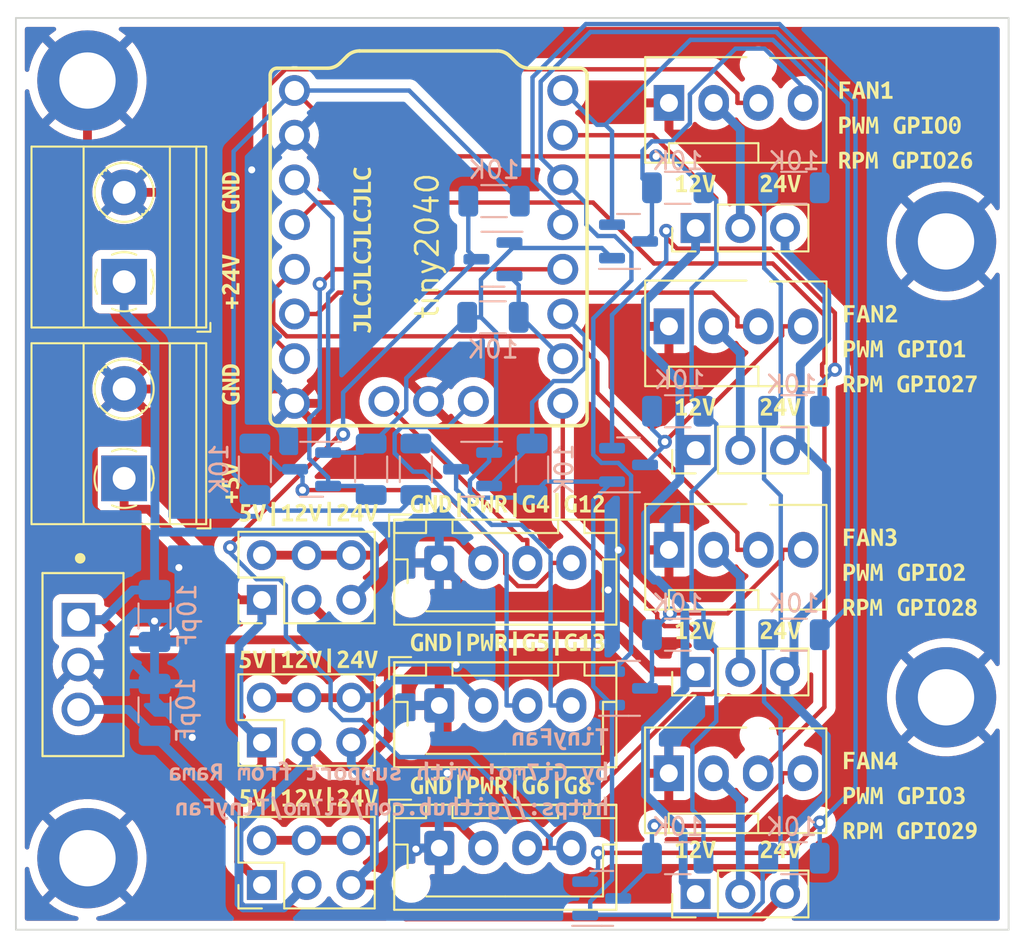
<source format=kicad_pcb>
(kicad_pcb (version 20211014) (generator pcbnew)
  (layers (0 "F.Cu" signal) (31 "B.Cu" signal) (34 "B.Paste" user) (35 "F.Paste" user) (36 "B.SilkS" user "B.Silkscreen") (37 "F.SilkS" user "F.Silkscreen") (38 "B.Mask" user) (39 "F.Mask" user) (44 "Edge.Cuts" user))
  (net 0 "")
  (net 1 "+5V")
  (net 2 "GND")
  (net 3 "+3V3")
  (net 4 "FAN4RPM")
  (net 5 "FAN3RPM")
  (net 6 "FAN2RPM")
  (net 7 "FAN1RPM")
  (net 8 "FAN4PWM")
  (net 9 "FAN3PWM")
  (net 10 "FAN2PWM")
  (net 11 "FAN1PWM")
  (net 12 "+24V")
  (net 13 "+12V")
  (net 14 "FAN1PWR")
  (net 15 "FAN2PWR")
  (net 16 "FAN3PWR")
  (net 17 "FAN4PWR")
  (net 18 "AUX1PWR")
  (net 19 "AUX2PWR")
  (net 20 "AUX3PWR")
  (net 21 "AUX1RPM")
  (net 22 "AUX2RPM")
  (net 23 "AUX3RPM")
  (net 24 "AUX1PWM")
  (net 25 "AUX2PWM")
  (net 26 "AUX3PWM")
  (net 27 "+5VA")
  (net 28 "Net-(AUX1-Pad4)")
  (net 29 "Net-(AUX2-Pad4)")
  (net 30 "Net-(AUX3-Pad4)")
  (net 31 "Net-(FAN1-Pad4)")
  (net 32 "Net-(FAN2-Pad4)")
  (net 33 "Net-(FAN3-Pad4)")
  (net 34 "Net-(FAN4-Pad4)")
  (footprint "Connector:FanPinHeader_1x04_P2.54mm_Vertical" (layer "F.Cu") (at 50.698 18.801)
    (fp_text reference "FAN1" hide)
    (fp_text value "Conn_01x04" hide)
  )
  (footprint "_my_own:tiny2040" (layer "F.Cu") (at 28.047 25.7462)
    (fp_text reference "U2" hide)
    (fp_text value "tiny2040")
  )
  (footprint "kibuzzard-62F425B3" (layer "F.Cu") (at 25.807113 34.803 90)
    (fp_text reference "kibuzzard-62F425B31" hide)
    (fp_text value "G***" hide)
  )
  (footprint "Connector:FanPinHeader_1x04_P2.54mm_Vertical" (layer "F.Cu") (at 50.698 31.501)
    (fp_text reference "FAN2" hide)
    (fp_text value "Conn_01x04" hide)
  )
  (footprint "MountingHole:MountingHole_3.2mm_M3_ISO7380_Pad" (layer "F.Cu") (at 17.668 61.727)
    (fp_text reference "REF2" hide)
    (fp_text value "MountingHole_3.2mm_M3_ISO7380_Pad" hide)
  )
  (footprint "kibuzzard-62F4E44F" (layer "F.Cu") (at 41.148 57.658)
    (fp_text reference "kibuzzard-62F4E44F" hide)
    (fp_text value "G***" hide)
  )
  (footprint "kibuzzard-62F42661" (layer "F.Cu") (at 30.226 42.164)
    (fp_text reference "kibuzzard-62F42661" hide)
    (fp_text value "G***" hide)
  )
  (footprint "kibuzzard-62F42888" (layer "F.Cu") (at 57.038 61.219)
    (fp_text reference "kibuzzard-62F4288845" hide)
    (fp_text value "G***" hide)
  )
  (footprint "MountingHole:MountingHole_3.2mm_M3_ISO7380_Pad" (layer "F.Cu") (at 17.668 17.531)
    (fp_text reference "REF1" hide)
    (fp_text value "MountingHole_3.2mm_M3_ISO7380_Pad" hide)
  )
  (footprint "kibuzzard-62F4AAD2" (layer "F.Cu") (at 33.274 27.178 90)
    (fp_text reference "kibuzzard-62F4AAD2" hide)
    (fp_text value "G***" hide)
  )
  (footprint "MountingHole:MountingHole_3.2mm_M3_ISO7380_Pad" (layer "F.Cu") (at 66.436 52.583)
    (fp_text reference "REF4" hide)
    (fp_text value "MountingHole_3.2mm_M3_ISO7380_Pad" hide)
  )
  (footprint "kibuzzard-62F4287A" (layer "F.Cu") (at 52.212 36.073)
    (fp_text reference "kibuzzard-62F4287AA" hide)
    (fp_text value "G***" hide)
  )
  (footprint "Connector_JST:JST_XH_B4B-XH-AM_1x04_P2.50mm_Vertical" (layer "F.Cu") (at 37.652 53.0485)
    (fp_text reference "AUX2" hide)
    (fp_text value "Conn_01x04" hide)
  )
  (footprint "kibuzzard-62F4287A" (layer "F.Cu") (at 52.212 23.373)
    (fp_text reference "kibuzzard-62F4287A" hide)
    (fp_text value "G***" hide)
  )
  (footprint "kibuzzard-62F42BB7" (layer "F.Cu") (at 64.404 58.171)
    (fp_text reference "kibuzzard-62F42BB7" hide)
    (fp_text value "G***" hide)
  )
  (footprint "kibuzzard-62F42661" (layer "F.Cu") (at 30.226 50.495)
    (fp_text reference "kibuzzard-62F426612" hide)
    (fp_text value "G***" hide)
  )
  (footprint "kibuzzard-62F42B98" (layer "F.Cu") (at 64.404 45.471)
    (fp_text reference "kibuzzard-62F42B98" hide)
    (fp_text value "G***" hide)
  )
  (footprint "Connector_PinHeader_2.54mm:PinHeader_1x03_P2.54mm_Vertical" (layer "F.Cu") (at 52.212 51.1437 90)
    (fp_text reference "FAN3PWR1" hide)
    (fp_text value "Conn_01x03" hide)
  )
  (footprint "MountingHole:MountingHole_3.2mm_M3_ISO7380_Pad" (layer "F.Cu") (at 66.436 26.675)
    (fp_text reference "REF3" hide)
    (fp_text value "MountingHole_3.2mm_M3_ISO7380_Pad" hide)
  )
  (footprint "kibuzzard-62F42A54" (layer "F.Cu") (at 64.15 20.071)
    (fp_text reference "kibuzzard-62F42A54" hide)
    (fp_text value "G***" hide)
  )
  (footprint "Connector_JST:JST_XH_B4B-XH-AM_1x04_P2.50mm_Vertical" (layer "F.Cu") (at 37.652 61.151)
    (fp_text reference "AUX3" hide)
    (fp_text value "Conn_01x04" hide)
  )
  (footprint "Connector:FanPinHeader_1x04_P2.54mm_Vertical" (layer "F.Cu") (at 50.698 44.201)
    (fp_text reference "FAN3" hide)
    (fp_text value "Conn_01x04" hide)
  )
  (footprint "kibuzzard-62F4E423" (layer "F.Cu") (at 41.544081 41.656)
    (fp_text reference "kibuzzard-62F4E423" hide)
    (fp_text value "G***" hide)
  )
  (footprint "L7812CV:TO-220-3" (layer "F.Cu") (at 17.414 50.7245 -90)
    (fp_text reference "U1" hide)
    (fp_text value "L7812")
  )
  (footprint "Connector_PinHeader_2.54mm:PinHeader_2x03_P2.54mm_Vertical" (layer "F.Cu") (at 27.574 55.1485 90)
    (fp_text reference "AUX2PWR1" hide)
    (fp_text value "Conn_02x03_Odd_Even" hide)
  )
  (footprint "Connector_PinHeader_2.54mm:PinHeader_2x03_P2.54mm_Vertical" (layer "F.Cu") (at 27.574 47.046 90)
    (fp_text reference "AUX1PWR1" hide)
    (fp_text value "Conn_02x03_Odd_Even" hide)
  )
  (footprint "kibuzzard-62F4287A" (layer "F.Cu") (at 52.212 61.219)
    (fp_text reference "kibuzzard-62F4287AC" hide)
    (fp_text value "G***" hide)
  )
  (footprint "TerminalBlock_Phoenix:TerminalBlock_Phoenix_MKDS-1,5-2-5.08_1x02_P5.08mm_Horizontal" (layer "F.Cu") (at 19.751 40.142 90)
    (fp_text reference "5VIN1" hide)
    (fp_text value "Conn_01x02" hide)
  )
  (footprint "kibuzzard-62F42888" (layer "F.Cu") (at 57.038 48.773)
    (fp_text reference "kibuzzard-62F428881" hide)
    (fp_text value "G***" hide)
  )
  (footprint "Connector_PinHeader_2.54mm:PinHeader_2x03_P2.54mm_Vertical" (layer "F.Cu") (at 27.574 63.251 90)
    (fp_text reference "AUX3PWR1" hide)
    (fp_text value "Conn_02x03_Odd_Even" hide)
  )
  (footprint "Connector_PinHeader_2.54mm:PinHeader_1x03_P2.54mm_Vertical" (layer "F.Cu") (at 52.212 38.5283 90)
    (fp_text reference "FAN2PWR1" hide)
    (fp_text value "Conn_01x03" hide)
  )
  (footprint "kibuzzard-62F425BF" (layer "F.Cu") (at 25.807113 23.881 90)
    (fp_text reference "kibuzzard-62F425BF" hide)
    (fp_text value "G***" hide)
  )
  (footprint "Connector:FanPinHeader_1x04_P2.54mm_Vertical" (layer "F.Cu") (at 50.688 56.901)
    (fp_text reference "FAN4" hide)
    (fp_text value "Conn_01x04" hide)
  )
  (footprint "kibuzzard-62F42661" (layer "F.Cu") (at 30.226 58.369)
    (fp_text reference "kibuzzard-62F426613" hide)
    (fp_text value "G***" hide)
  )
  (footprint "kibuzzard-62F42888" (layer "F.Cu") (at 57.038 36.073)
    (fp_text reference "kibuzzard-62F428884" hide)
    (fp_text value "G***" hide)
  )
  (footprint "TerminalBlock_Phoenix:TerminalBlock_Phoenix_MKDS-1,5-2-5.08_1x02_P5.08mm_Horizontal" (layer "F.Cu") (at 19.751 28.966 90)
    (fp_text reference "24VIN1" hide)
    (fp_text value "Conn_01x02" hide)
  )
  (footprint "kibuzzard-62F42591" (layer "F.Cu") (at 25.796794 28.961 90)
    (fp_text reference "kibuzzard-62F42591" hide)
    (fp_text value "G***" hide)
  )
  (footprint "Connector_PinHeader_2.54mm:PinHeader_1x03_P2.54mm_Vertical" (layer "F.Cu") (at 52.212 25.913 90)
    (fp_text reference "FAN1PWR1" hide)
    (fp_text value "Conn_01x03" hide)
  )
  (footprint "kibuzzard-62F425A2" (layer "F.Cu") (at 25.796 40.391 90)
    (fp_text reference "kibuzzard-62F425A2" hide)
    (fp_text value "G***" hide)
  )
  (footprint "kibuzzard-62F4287A" (layer "F.Cu") (at 52.212 48.773)
    (fp_text reference "kibuzzard-62F4287AB" hide)
    (fp_text value "G***" hide)
  )
  (footprint "kibuzzard-62F42B83" (layer "F.Cu") (at 64.404 32.771)
    (fp_text reference "kibuzzard-62F42B83" hide)
    (fp_text value "G***" hide)
  )
  (footprint "kibuzzard-62F4E43D" (layer "F.Cu") (at 41.53535 49.53)
    (fp_text reference "kibuzzard-62F4E43D" hide)
    (fp_text value "G***" hide)
  )
  (footprint "kibuzzard-62F42888" (layer "F.Cu") (at 57.038 23.373)
    (fp_text reference "kibuzzard-62F42888" hide)
    (fp_text value "G***" hide)
  )
  (footprint "Connector_PinHeader_2.54mm:PinHeader_1x03_P2.54mm_Vertical" (layer "F.Cu") (at 52.212 63.759 90)
    (fp_text reference "FAN4PWR1" hide)
    (fp_text value "Conn_01x03" hide)
  )
  (footprint "Connector_JST:JST_XH_B4B-XH-AM_1x04_P2.50mm_Vertical" (layer "F.Cu") (at 37.652 44.946)
    (fp_text reference "AUX1" hide)
    (fp_text value "Conn_01x04" hide)
  )
  (footprint "Resistor_SMD:R_1206_3216Metric" (layer "B.Cu") (at 51.196 61.727 180)
    (fp_text reference "R8" hide)
    (fp_text value "10K")
  )
  (footprint "Package_TO_SOT_SMD:SOT-23" (layer "B.Cu") (at 48.402 52.075)
    (fp_text reference "Q3" hide)
    (fp_text value "BSS138" hide)
  )
  (footprint "Resistor_SMD:R_1206_3216Metric" (layer "B.Cu") (at 27.178 39.624 90)
    (fp_text reference "R12" hide)
    (fp_text value "10K" hide)
  )
  (footprint "Resistor_SMD:R_1206_3216Metric" (layer "B.Cu") (at 33.782 39.624 90)
    (fp_text reference "R9" hide)
    (fp_text value "10K")
  )
  (footprint "Resistor_SMD:R_1206_3216Metric" (layer "B.Cu") (at 57.8 61.727 180)
    (fp_text reference "R5" hide)
    (fp_text value "10K")
  )
  (footprint "Resistor_SMD:R_1206_3216Metric" (layer "B.Cu") (at 57.8 36.327 180)
    (fp_text reference "R1" hide)
    (fp_text value "10K")
  )
  (footprint "Package_TO_SOT_SMD:SOT-23" (layer "B.Cu") (at 39.5455 39.624 180)
    (fp_text reference "Q6" hide)
    (fp_text value "BSS138" hide)
  )
  (footprint "Package_TO_SOT_SMD:SOT-23" (layer "B.Cu") (at 46.878 64.013)
    (fp_text reference "Q4" hide)
    (fp_text value "BSS138" hide)
  )
  (footprint "Resistor_SMD:R_1206_3216Metric" (layer "B.Cu") (at 40.763 24.384 180)
    (fp_text reference "R14" hide)
    (fp_text value "10K")
  )
  (footprint "Resistor_SMD:R_1206_3216Metric" (layer "B.Cu") (at 51.196 49.027 180)
    (fp_text reference "R7" hide)
    (fp_text value "10K")
  )
  (footprint "Package_TO_SOT_SMD:SOT-23" (layer "B.Cu") (at 48.402 26.675)
    (fp_text reference "Q1" hide)
    (fp_text value "BSS138" hide)
  )
  (footprint "kibuzzard-62F4A92A" (layer "B.Cu") (at 34.798 56.896 180)
    (fp_text reference "kibuzzard-62F4A92A" hide)
    (fp_text value "G***" hide)
  )
  (footprint "Package_TO_SOT_SMD:SOT-23" (layer "B.Cu") (at 40.7015 27.686 180)
    (fp_text reference "Q7" hide)
    (fp_text value "BSS138" hide)
  )
  (footprint "Resistor_SMD:R_1206_3216Metric" (layer "B.Cu") (at 36.322 39.624 90)
    (fp_text reference "R13" hide)
    (fp_text value "10K" hide)
  )
  (footprint "Resistor_SMD:R_1206_3216Metric" (layer "B.Cu") (at 57.8 49.027 180)
    (fp_text reference "R4" hide)
    (fp_text value "10K")
  )
  (footprint "Capacitor_SMD:C_1206_3216Metric" (layer "B.Cu") (at 21.478 47.962 -90)
    (fp_text reference "C1" hide)
    (fp_text value "10pF")
  )
  (footprint "Resistor_SMD:R_1206_3216Metric" (layer "B.Cu") (at 57.8 23.627 180)
    (fp_text reference "R2" hide)
    (fp_text value "10K")
  )
  (footprint "Resistor_SMD:R_1206_3216Metric" (layer "B.Cu") (at 42.926 39.624 -90)
    (fp_text reference "R10" hide)
    (fp_text value "10K")
  )
  (footprint "Package_TO_SOT_SMD:SOT-23" (layer "B.Cu") (at 30.4015 39.624 180)
    (fp_text reference "Q5" hide)
    (fp_text value "BSS138" hide)
  )
  (footprint "Capacitor_SMD:C_1206_3216Metric" (layer "B.Cu") (at 21.478 53.296 90)
    (fp_text reference "C2" hide)
    (fp_text value "10pF")
  )
  (footprint "Resistor_SMD:R_1206_3216Metric" (layer "B.Cu") (at 40.7015 30.988 180)
    (fp_text reference "R11" hide)
    (fp_text value "10K")
  )
  (footprint "Resistor_SMD:R_1206_3216Metric" (layer "B.Cu") (at 51.196 36.327 180)
    (fp_text reference "R6" hide)
    (fp_text value "10K")
  )
  (footprint "Resistor_SMD:R_1206_3216Metric" (layer "B.Cu") (at 51.196 23.627 180)
    (fp_text reference "R3" hide)
    (fp_text value "10K")
  )
  (footprint "Package_TO_SOT_SMD:SOT-23" (layer "B.Cu") (at 48.402 39.375)
    (fp_text reference "Q2" hide)
    (fp_text value "BSS138" hide)
  )
  (gr_line (start 13.604 65.791) (end 13.604 13.975) (layer "Edge.Cuts") (width 0.1))
  (gr_line (start 69.992 65.791) (end 69.992 13.975) (layer "Edge.Cuts") (width 0.1))
  (gr_line (start 69.992 13.975) (end 13.604 13.975) (layer "Edge.Cuts") (width 0.1))
  (gr_line (start 13.604 65.791) (end 69.992 65.791) (layer "Edge.Cuts") (width 0.1))
  (segment (start 26.2556 61.9326) (end 27.574 63.251) (width 0.5) (layer "F.Cu") (net 1))
  (segment (start 27.574 55.1485) (end 27.574 56.4488) (width 0.5) (layer "F.Cu") (net 1))
  (segment (start 21.12 41.8923) (end 19.751 41.8923) (width 0.5) (layer "F.Cu") (net 1))
  (segment (start 27.574 56.4488) (end 26.2556 57.7672) (width 0.5) (layer "F.Cu") (net 1))
  (segment (start 26.2737 47.046) (end 21.12 41.8923) (width 0.5) (layer "F.Cu") (net 1))
  (segment (start 26.2556 57.7672) (end 26.2556 61.9326) (width 0.5) (layer "F.Cu") (net 1))
  (segment (start 27.574 47.046) (end 26.2737 47.046) (width 0.5) (layer "F.Cu") (net 1))
  (segment (start 19.751 40.142) (end 19.751 41.8923) (width 0.5) (layer "F.Cu") (net 1))
  (segment (start 26.2737 53.8482) (end 26.2737 49.6466) (width 0.5) (layer "B.Cu") (net 1))
  (segment (start 27.574 47.046) (end 27.574 48.3463) (width 0.5) (layer "B.Cu") (net 1))
  (segment (start 26.2737 49.6466) (end 27.574 48.3463) (width 0.5) (layer "B.Cu") (net 1))
  (segment (start 27.574 55.1485) (end 26.2737 53.8482) (width 0.5) (layer "B.Cu") (net 1))
  (segment (start 47.8212 44.213409) (end 50.685591 44.213409) (width 0.5) (layer "F.Cu") (net 2))
  (segment (start 33.528 33.782) (end 35.060419 33.782) (width 0.5) (layer "F.Cu") (net 2))
  (segment (start 23.622 55.773) (end 17.668 61.727) (width 0.5) (layer "F.Cu") (net 2))
  (segment (start 38.1 53.4965) (end 37.652 53.0485) (width 0.5) (layer "F.Cu") (net 2))
  (segment (start 19.751 23.886) (end 25.7189 23.886) (width 0.5) (layer "F.Cu") (net 2))
  (segment (start 17.668 21.803) (end 19.751 23.886) (width 0.5) (layer "F.Cu") (net 2))
  (segment (start 17.668 17.531) (end 17.668 21.803) (width 0.5) (layer "F.Cu") (net 2))
  (segment (start 25.7189 23.886) (end 26.9989 22.606) (width 0.5) (layer "F.Cu") (net 2))
  (segment (start 18.001489 36.811511) (end 18.001489 41.891511) (width 0.5) (layer "F.Cu") (net 2))
  (segment (start 37.652 44.946) (end 39.54462 46.83862) (width 0.5) (layer "F.Cu") (net 2))
  (segment (start 37.652 51.7044) (end 38.608 50.7484) (width 0.5) (layer "F.Cu") (net 2))
  (segment (start 19.751 35.062) (end 18.001489 36.811511) (width 0.5) (layer "F.Cu") (net 2))
  (segment (start 21.321978 45.212) (end 22.86 45.212) (width 0.5) (layer "F.Cu") (net 2))
  (segment (start 50.685591 44.213409) (end 50.698 44.201) (width 0.5) (layer "F.Cu") (net 2))
  (segment (start 23.622 54.864) (end 23.622 55.773) (width 0.5) (layer "F.Cu") (net 2))
  (segment (start 36.385 61.151) (end 36.322 61.214) (width 0.5) (layer "F.Cu") (net 2))
  (segment (start 39.54462 46.83862) (end 46.88738 46.83862) (width 0.5) (layer "F.Cu") (net 2))
  (segment (start 37.652 61.151) (end 36.385 61.151) (width 0.5) (layer "F.Cu") (net 2))
  (segment (start 29.427 35.878581) (end 31.431419 35.878581) (width 0.5) (layer "F.Cu") (net 2))
  (segment (start 31.431419 35.878581) (end 33.528 33.782) (width 0.5) (layer "F.Cu") (net 2))
  (segment (start 46.88738 46.83862) (end 47.244 46.482) (width 0.5) (layer "F.Cu") (net 2))
  (segment (start 28.610419 35.062) (end 29.427 35.878581) (width 0.5) (layer "F.Cu") (net 2))
  (segment (start 37.652 53.0485) (end 37.652 51.7044) (width 0.5) (layer "F.Cu") (net 2))
  (segment (start 19.751 35.062) (end 28.610419 35.062) (width 0.5) (layer "F.Cu") (net 2))
  (segment (start 35.060419 33.782) (end 37.047 35.768581) (width 0.5) (layer "F.Cu") (net 2))
  (segment (start 38.1 56.896) (end 38.1 53.4965) (width 0.5) (layer "F.Cu") (net 2))
  (segment (start 18.001489 41.891511) (end 21.321978 45.212) (width 0.5) (layer "F.Cu") (net 2))
  (via (at 47.244 46.482) (size 0.8) (drill 0.4) (layers "F.Cu" "B.Cu") (net 2))
  (via (at 26.9989 22.606) (size 0.8) (drill 0.4) (layers "F.Cu" "B.Cu") (net 2))
  (via (at 36.322 61.214) (size 0.8) (drill 0.4) (layers "F.Cu" "B.Cu") (net 2))
  (via (at 22.86 45.212) (size 0.8) (drill 0.4) (layers "F.Cu" "B.Cu") (net 2))
  (via (at 38.608 50.7484) (size 0.8) (drill 0.4) (layers "F.Cu" "B.Cu") (net 2))
  (via (at 47.8212 44.213409) (size 0.8) (drill 0.4) (layers "F.Cu" "B.Cu") (net 2))
  (via (at 38.1 56.896) (size 0.8) (drill 0.4) (layers "F.Cu" "B.Cu") (net 2))
  (via (at 21.478 48.2497) (size 0.8) (drill 0.4) (layers "F.Cu" "B.Cu") (net 2))
  (via (at 23.622 54.864) (size 0.8) (drill 0.4) (layers "F.Cu" "B.Cu") (net 2))
  (segment (start 36.322 58.674) (end 38.1 56.896) (width 0.5) (layer "B.Cu") (net 2))
  (segment (start 17.018 26.619) (end 17.018 32.329) (width 0.5) (layer "B.Cu") (net 2))
  (segment (start 38.608 45.902) (end 37.652 44.946) (width 0.5) (layer "B.Cu") (net 2))
  (segment (start 27.459581 22.606) (end 29.427 20.638581) (width 0.5) (layer "B.Cu") (net 2))
  (segment (start 47.244 46.482) (end 47.244 44.790609) (width 0.5) (layer "B.Cu") (net 2))
  (segment (start 38.608 50.7484) (end 38.608 45.902) (width 0.5) (layer "B.Cu") (net 2))
  (segment (start 22.86 45.212) (end 22.86 48.055) (width 0.5) (layer "B.Cu") (net 2))
  (segment (start 17.018 32.329) (end 19.751 35.062) (width 0.5) (layer "B.Cu") (net 2))
  (segment (start 36.322 61.214) (end 36.322 58.674) (width 0.5) (layer "B.Cu") (net 2))
  (segment (start 26.9989 22.606) (end 27.459581 22.606) (width 0.5) (layer "B.Cu") (net 2))
  (segment (start 19.751 23.886) (end 17.018 26.619) (width 0.5) (layer "B.Cu") (net 2))
  (segment (start 21.478 51.821) (end 21.478 52.72) (width 0.5) (layer "B.Cu") (net 2))
  (segment (start 47.244 44.790609) (end 47.8212 44.213409) (width 0.5) (layer "B.Cu") (net 2))
  (segment (start 20.3815 50.7245) (end 21.478 51.821) (width 0.5) (layer "B.Cu") (net 2))
  (segment (start 17.154 50.7245) (end 20.3815 50.7245) (width 0.5) (layer "B.Cu") (net 2))
  (segment (start 21.478 51.821) (end 21.478 49.437) (width 0.5) (layer "B.Cu") (net 2))
  (segment (start 21.478 48.2497) (end 21.478 49.437) (width 0.5) (layer "B.Cu") (net 2))
  (segment (start 22.86 48.055) (end 21.478 49.437) (width 0.5) (layer "B.Cu") (net 2))
  (segment (start 21.478 52.72) (end 23.622 54.864) (width 0.5) (layer "B.Cu") (net 2))
  (segment (start 57.038 53.7736) (end 56.1009 52.8365) (width 0.25) (layer "B.Cu") (net 3))
  (segment (start 46.2245 64.679) (end 46.2245 64.1896) (width 0.25) (layer "B.Cu") (net 3))
  (segment (start 43.6875 40.325) (end 42.926 41.0865) (width 0.25) (layer "B.Cu") (net 3))
  (segment (start 46.8868 27.0473) (end 41.7395 27.0473) (width 0.25) (layer "B.Cu") (net 3))
  (segment (start 33.2695 38.674) (end 33.782 38.1615) (width 0.25) (layer "B.Cu") (net 3))
  (segment (start 33.782 38.1615) (end 33.8582 38.1615) (width 0.25) (layer "B.Cu") (net 3))
  (segment (start 46.4866 64.9411) (end 55.2923 64.9411) (width 0.25) (layer "B.Cu") (net 3))
  (segment (start 35.777 36.2427) (end 35.777 34.45) (width 0.25) (layer "B.Cu") (net 3))
  (segment (start 47.4645 62.9496) (end 47.4645 53.025) (width 0.25) (layer "B.Cu") (net 3))
  (segment (start 47.4645 53.025) (end 46.3985 51.959) (width 0.25) (layer "B.Cu") (net 3))
  (segment (start 55.2923 64.9411) (end 56.022 64.2114) (width 0.25) (layer "B.Cu") (net 3))
  (segment (start 45.9405 64.963) (end 46.2245 64.679) (width 0.25) (layer "B.Cu") (net 3))
  (segment (start 46.2245 64.679) (end 46.4866 64.9411) (width 0.25) (layer "B.Cu") (net 3))
  (segment (start 57.048 29.1349) (end 57.048 35.6165) (width 0.25) (layer "B.Cu") (net 3))
  (segment (start 31.5895 25.3411) (end 29.427 23.1786) (width 0.25) (layer "B.Cu") (net 3))
  (segment (start 39.7217 41.2388) (end 39.3936 40.9107) (width 0.25) (layer "B.Cu") (net 3))
  (segment (start 56.3375 49.027) (end 57.048 48.3165) (width 0.25) (layer "B.Cu") (net 3))
  (segment (start 42.7737 41.2388) (end 39.7217 41.2388) (width 0.25) (layer "B.Cu") (net 3))
  (segment (start 47.4645 40.325) (end 43.6875 40.325) (width 0.25) (layer "B.Cu") (net 3))
  (segment (start 39.3936 40.9107) (end 39.3936 40.2509) (width 0.25) (layer "B.Cu") (net 3))
  (segment (start 57.048 35.6165) (end 56.3375 36.327) (width 0.25) (layer "B.Cu") (net 3))
  (segment (start 56.1009 36.5636) (end 56.3375 36.327) (width 0.25) (layer "B.Cu") (net 3))
  (segment (start 40.483 38.674) (end 40.879 38.278) (width 0.25) (layer "B.Cu") (net 3))
  (segment (start 40.0199 28.8426) (end 41.7395 27.123) (width 0.25) (layer "B.Cu") (net 3))
  (segment (start 35.777 34.45) (end 39.239 30.988) (width 0.25) (layer "B.Cu") (net 3))
  (segment (start 57.048 41.1247) (end 56.1009 40.1776) (width 0.25) (layer "B.Cu") (net 3))
  (segment (start 40.0199 30.988) (end 40.0199 28.8426) (width 0.25) (layer "B.Cu") (net 3))
  (segment (start 46.2245 64.1896) (end 47.4645 62.9496) (width 0.25) (layer "B.Cu") (net 3))
  (segment (start 31.339 29.6496) (end 31.5895 29.3991) (width 0.25) (layer "B.Cu") (net 3))
  (segment (start 46.3985 51.959) (end 46.3985 41.391) (width 0.25) (layer "B.Cu") (net 3))
  (segment (start 56.3375 23.627) (end 56.1082 23.8563) (width 0.25) (layer "B.Cu") (net 3))
  (segment (start 56.022 64.2114) (end 56.022 62.0425) (width 0.25) (layer "B.Cu") (net 3))
  (segment (start 46.3985 41.391) (end 47.4645 40.325) (width 0.25) (layer "B.Cu") (net 3))
  (segment (start 41.7395 26.8365) (end 41.639 26.736) (width 0.25) (layer "B.Cu") (net 3))
  (segment (start 56.1009 49.2636) (end 56.3375 49.027) (width 0.25) (layer "B.Cu") (net 3))
  (segment (start 56.1009 40.1776) (end 56.1009 36.5636) (width 0.25) (layer "B.Cu") (net 3))
  (segment (start 57.038 61.0265) (end 57.038 53.7736) (width 0.25) (layer "B.Cu") (net 3))
  (segment (start 40.879 38.278) (end 40.879 31.8471) (width 0.25) (layer "B.Cu") (net 3))
  (segment (start 40.0199 30.988) (end 39.239 30.988) (width 0.25) (layer "B.Cu") (net 3))
  (segment (start 56.1082 28.1951) (end 57.048 29.1349) (width 0.25) (layer "B.Cu") (net 3))
  (segment (start 56.022 62.0425) (end 56.3375 61.727) (width 0.25) (layer "B.Cu") (net 3))
  (segment (start 31.339 38.674) (end 33.2695 38.674) (width 0.25) (layer "B.Cu") (net 3))
  (segment (start 47.4645 27.625) (end 46.8868 27.0473) (width 0.25) (layer "B.Cu") (net 3))
  (segment (start 39.3936 40.2509) (end 40.483 39.1615) (width 0.25) (layer "B.Cu") (net 3))
  (segment (start 40.483 39.1615) (end 40.483 38.674) (width 0.25) (layer "B.Cu") (net 3))
  (segment (start 40.879 31.8471) (end 40.0199 30.988) (width 0.25) (layer "B.Cu") (net 3))
  (segment (start 56.1009 52.8365) (end 56.1009 49.2636) (width 0.25) (layer "B.Cu") (net 3))
  (segment (start 41.7395 27.123) (end 41.7395 27.0473) (width 0.25) (layer "B.Cu") (net 3))
  (segment (start 57.048 48.3165) (end 57.048 41.1247) (width 0.25) (layer "B.Cu") (net 3))
  (segment (start 31.5895 29.3991) (end 31.5895 25.3411) (width 0.25) (layer "B.Cu") (net 3))
  (segment (start 31.339 38.674) (end 31.339 29.6496) (width 0.25) (layer "B.Cu") (net 3))
  (segment (start 41.7395 27.0473) (end 41.7395 26.8365) (width 0.25) (layer "B.Cu") (net 3))
  (segment (start 33.8582 38.1615) (end 35.777 36.2427) (width 0.25) (layer "B.Cu") (net 3))
  (segment (start 42.926 41.0865) (end 42.7737 41.2388) (width 0.25) (layer "B.Cu") (net 3))
  (segment (start 56.3375 61.727) (end 57.038 61.0265) (width 0.25) (layer "B.Cu") (net 3))
  (segment (start 56.1082 23.8563) (end 56.1082 28.1951) (width 0.25) (layer "B.Cu") (net 3))
  (segment (start 59.53 34.3969) (end 59.53 53.139) (width 0.25) (layer "F.Cu") (net 4))
  (segment (start 59.53 30.8663) (end 59.53 33.5323) (width 0.25) (layer "F.Cu") (net 4))
  (segment (start 59.3981 33.6642) (end 59.3981 34.265) (width 0.25) (layer "F.Cu") (net 4))
  (segment (start 59.3981 34.265) (end 59.53 34.3969) (width 0.25) (layer "F.Cu") (net 4))
  (segment (start 49.848 27.9275) (end 56.5912 27.9275) (width 0.25) (layer "F.Cu") (net 4))
  (segment (start 46.3844 24.4639) (end 49.848 27.9275) (width 0.25) (layer "F.Cu") (net 4))
  (segment (start 56.5912 27.9275) (end 59.53 30.8663) (width 0.25) (layer "F.Cu") (net 4))
  (segment (start 59.53 53.139) (end 55.768 56.901) (width 0.25) (layer "F.Cu") (net 4))
  (segment (start 29.427 25.7186) (end 30.6817 24.4639) (width 0.25) (layer "F.Cu") (net 4))
  (segment (start 30.6817 24.4639) (end 46.3844 24.4639) (width 0.25) (layer "F.Cu") (net 4))
  (segment (start 59.53 33.5323) (end 59.3981 33.6642) (width 0.25) (layer "F.Cu") (net 4))
  (segment (start 46.6321 33.5753) (end 45.1254 32.0686) (width 0.25) (layer "F.Cu") (net 5))
  (segment (start 46.6321 35.2812) (end 46.6321 33.5753) (width 0.25) (layer "F.Cu") (net 5))
  (segment (start 28.2195 31.2997) (end 28.2195 29.4661) (width 0.25) (layer "F.Cu") (net 5))
  (segment (start 54.5877 43.2368) (end 46.6321 35.2812) (width 0.25) (layer "F.Cu") (net 5))
  (segment (start 28.9884 32.0686) (end 28.2195 31.2997) (width 0.25) (layer "F.Cu") (net 5))
  (segment (start 54.5877 44.201) (end 54.5877 43.2368) (width 0.25) (layer "F.Cu") (net 5))
  (segment (start 55.778 44.201) (end 54.5877 44.201) (width 0.25) (layer "F.Cu") (net 5))
  (segment (start 28.2195 29.4661) (end 29.427 28.2586) (width 0.25) (layer "F.Cu") (net 5))
  (segment (start 45.1254 32.0686) (end 28.9884 32.0686) (width 0.25) (layer "F.Cu") (net 5))
  (segment (start 54.5877 30.9802) (end 53.1907 29.5832) (width 0.25) (layer "F.Cu") (net 6))
  (segment (start 55.778 31.501) (end 54.5877 31.501) (width 0.25) (layer "F.Cu") (net 6))
  (segment (start 31.92 29.5832) (end 30.7046 30.7986) (width 0.25) (layer "F.Cu") (net 6))
  (segment (start 30.7046 30.7986) (end 29.427 30.7986) (width 0.25) (layer "F.Cu") (net 6))
  (segment (start 53.1907 29.5832) (end 31.92 29.5832) (width 0.25) (layer "F.Cu") (net 6))
  (segment (start 54.5877 31.501) (end 54.5877 30.9802) (width 0.25) (layer "F.Cu") (net 6))
  (segment (start 27.7234 31.635) (end 29.427 33.3386) (width 0.25) (layer "F.Cu") (net 7))
  (segment (start 54.5877 18.2802) (end 53.1993 16.8918) (width 0.25) (layer "F.Cu") (net 7))
  (segment (start 55.778 18.801) (end 54.5877 18.801) (width 0.25) (layer "F.Cu") (net 7))
  (segment (start 27.7234 18.0795) (end 27.7234 31.635) (width 0.25) (layer "F.Cu") (net 7))
  (segment (start 28.9111 16.8918) (end 27.7234 18.0795) (width 0.25) (layer "F.Cu") (net 7))
  (segment (start 54.5877 18.801) (end 54.5877 18.2802) (width 0.25) (layer "F.Cu") (net 7))
  (segment (start 53.1993 16.8918) (end 28.9111 16.8918) (width 0.25) (layer "F.Cu") (net 7))
  (segment (start 57.5442 61.4247) (end 59.2702 59.6987) (width 0.25) (layer "F.Cu") (net 8))
  (segment (start 46.6708 61.4247) (end 57.5442 61.4247) (width 0.25) (layer "F.Cu") (net 8))
  (via (at 59.2702 59.6987) (size 0.8) (drill 0.4) (layers "F.Cu" "B.Cu") (net 8))
  (via (at 46.6708 61.4247) (size 0.8) (drill 0.4) (layers "F.Cu" "B.Cu") (net 8))
  (segment (start 45.9772 14.3207) (end 42.9486 17.3493) (width 0.25) (layer "B.Cu") (net 8))
  (segment (start 46.6708 62.3327) (end 46.6708 61.4247) (width 0.25) (layer "B.Cu") (net 8))
  (segment (start 45.9405 63.063) (end 46.6708 62.3327) (width 0.25) (layer "B.Cu") (net 8))
  (segment (start 56.975 14.3207) (end 45.9772 14.3207) (width 0.25) (layer "B.Cu") (net 8))
  (segment (start 61.299 18.6447) (end 56.975 14.3207) (width 0.25) (layer "B.Cu") (net 8))
  (segment (start 42.9486 17.3493) (end 42.9486 23.1596) (width 0.25) (layer "B.Cu") (net 8))
  (segment (start 59.2625 59.7064) (end 59.2702 59.6987) (width 0.25) (layer "B.Cu") (net 8))
  (segment (start 59.2625 61.727) (end 59.2625 59.7064) (width 0.25) (layer "B.Cu") (net 8))
  (segment (start 44.667 24.878) (end 44.667 25.7186) (width 0.25) (layer "B.Cu") (net 8))
  (segment (start 61.299 57.6699) (end 61.299 18.6447) (width 0.25) (layer "B.Cu") (net 8))
  (segment (start 59.2702 59.6987) (end 61.299 57.6699) (width 0.25) (layer "B.Cu") (net 8))
  (segment (start 42.9486 23.1596) (end 44.667 24.878) (width 0.25) (layer "B.Cu") (net 8))
  (segment (start 44.667 23.1786) (end 46.0053 24.5169) (width 0.25) (layer "B.Cu") (net 9))
  (segment (start 46.6596 26.3675) (end 47.6195 26.3675) (width 0.25) (layer "B.Cu") (net 9))
  (segment (start 48.5668 27.3148) (end 48.5668 28.8847) (width 0.25) (layer "B.Cu") (net 9))
  (segment (start 46.0053 24.5169) (end 46.0053 25.7132) (width 0.25) (layer "B.Cu") (net 9))
  (segment (start 46.2369 14.771) (end 43.4123 17.5956) (width 0.25) (layer "B.Cu") (net 9))
  (segment (start 43.4123 21.9239) (end 44.667 23.1786) (width 0.25) (layer "B.Cu") (net 9))
  (segment (start 47.6195 26.3675) (end 48.5668 27.3148) (width 0.25) (layer "B.Cu") (net 9))
  (segment (start 46.865 39.2615) (end 47.8135 39.2615) (width 0.25) (layer "B.Cu") (net 9))
  (segment (start 46.401 31.0505) (end 46.401 38.7975) (width 0.25) (layer "B.Cu") (net 9))
  (segment (start 59.2625 49.027) (end 60.8487 47.4408) (width 0.25) (layer "B.Cu") (net 9))
  (segment (start 47.8135 39.2615) (end 48.5457 39.9937) (width 0.25) (layer "B.Cu") (net 9))
  (segment (start 48.5457 50.0438) (end 47.4645 51.125) (width 0.25) (layer "B.Cu") (net 9))
  (segment (start 48.5668 28.8847) (end 46.401 31.0505) (width 0.25) (layer "B.Cu") (net 9))
  (segment (start 60.8487 47.4408) (end 60.8487 18.8313) (width 0.25) (layer "B.Cu") (net 9))
  (segment (start 43.4123 17.5956) (end 43.4123 21.9239) (width 0.25) (layer "B.Cu") (net 9))
  (segment (start 46.401 38.7975) (end 46.865 39.2615) (width 0.25) (layer "B.Cu") (net 9))
  (segment (start 56.7884 14.771) (end 46.2369 14.771) (width 0.25) (layer "B.Cu") (net 9))
  (segment (start 60.8487 18.8313) (end 56.7884 14.771) (width 0.25) (layer "B.Cu") (net 9))
  (segment (start 46.0053 25.7132) (end 46.6596 26.3675) (width 0.25) (layer "B.Cu") (net 9))
  (segment (start 48.5457 39.9937) (end 48.5457 50.0438) (width 0.25) (layer "B.Cu") (net 9))
  (segment (start 56.4738 27.0884) (end 60.1234 30.738) (width 0.25) (layer "F.Cu") (net 10))
  (segment (start 50.5443 26.4708) (end 51.1619 27.0884) (width 0.25) (layer "F.Cu") (net 10))
  (segment (start 60.1234 30.738) (end 60.1234 33.9646) (width 0.25) (layer "F.Cu") (net 10))
  (segment (start 53.3874 27.0884) (end 56.4738 27.0884) (width 0.25) (layer "F.Cu") (net 10))
  (segment (start 49.7932 20.6386) (end 44.667 20.6386) (width 0.25) (layer "F.Cu") (net 10))
  (segment (start 51.1619 27.0884) (end 53.3874 27.0884) (width 0.25) (layer "F.Cu") (net 10))
  (segment (start 50.5443 26.0737) (end 50.5443 26.4708) (width 0.25) (layer "F.Cu") (net 10))
  (segment (start 53.3874 24.2328) (end 49.7932 20.6386) (width 0.25) (layer "F.Cu") (net 10))
  (segment (start 53.3874 27.0884) (end 53.3874 24.2328) (width 0.25) (layer "F.Cu") (net 10))
  (via (at 60.1234 33.9646) (size 0.8) (drill 0.4) (layers "F.Cu" "B.Cu") (net 10))
  (via (at 50.5443 26.0737) (size 0.8) (drill 0.4) (layers "F.Cu" "B.Cu") (net 10))
  (segment (start 60.1234 33.9646) (end 59.2625 34.8255) (width 0.25) (layer "B.Cu") (net 10))
  (segment (start 59.2625 34.8255) (end 59.2625 36.327) (width 0.25) (layer "B.Cu") (net 10))
  (segment (start 50.5443 27.7728) (end 50.5443 26.0737) (width 0.25) (layer "B.Cu") (net 10))
  (segment (start 47.4645 38.425) (end 47.4645 30.8526) (width 0.25) (layer "B.Cu") (net 10))
  (segment (start 47.4645 30.8526) (end 50.5443 27.7728) (width 0.25) (layer "B.Cu") (net 10))
  (segment (start 44.667 18.0986) (end 46.6159 20.0475) (width 0.25) (layer "B.Cu") (net 11))
  (segment (start 46.6159 20.0475) (end 47.0887 20.0475) (width 0.25) (layer "B.Cu") (net 11))
  (segment (start 59.5084 23.3811) (end 59.2625 23.627) (width 0.25) (layer "B.Cu") (net 11))
  (segment (start 47.4645 25.725) (end 47.4645 20.4233) (width 0.25) (layer "B.Cu") (net 11))
  (segment (start 47.0887 20.0475) (end 51.9149 15.2213) (width 0.25) (layer "B.Cu") (net 11))
  (segment (start 59.5084 18.1279) (end 59.5084 23.3811) (width 0.25) (layer "B.Cu") (net 11))
  (segment (start 51.9149 15.2213) (end 56.6018 15.2213) (width 0.25) (layer "B.Cu") (net 11))
  (segment (start 56.6018 15.2213) (end 59.5084 18.1279) (width 0.25) (layer "B.Cu") (net 11))
  (segment (start 47.4645 20.4233) (end 47.0887 20.0475) (width 0.25) (layer "B.Cu") (net 11))
  (segment (start 35.7695 65.0662) (end 33.9543 63.251) (width 0.5) (layer "F.Cu") (net 12))
  (segment (start 31.2038 49.3191) (end 19.7039 49.3191) (width 0.5) (layer "F.Cu") (net 12))
  (segment (start 19.7039 49.3191) (end 18.5593 48.1745) (width 0.5) (layer "F.Cu") (net 12))
  (segment (start 17.154 48.1745) (end 18.5593 48.1745) (width 0.5) (layer "F.Cu") (net 12))
  (segment (start 32.654 55.1485) (end 34.0023 53.8002) (width 0.5) (layer "F.Cu") (net 12))
  (segment (start 32.654 63.251) (end 33.9543 63.251) (width 0.5) (layer "F.Cu") (net 12))
  (segment (start 34.0023 53.8002) (end 34.0023 52.1176) (width 0.5) (layer "F.Cu") (net 12))
  (segment (start 57.292 63.759) (end 55.9848 65.0662) (width 0.5) (layer "F.Cu") (net 12))
  (segment (start 34.0023 52.1176) (end 31.2038 49.3191) (width 0.5) (layer "F.Cu") (net 12))
  (segment (start 55.9848 65.0662) (end 35.7695 65.0662) (width 0.5) (layer "F.Cu") (net 12))
  (segment (start 58.1586 33.7013) (end 58.1586 38.1652) (width 0.5) (layer "B.Cu") (net 12))
  (segment (start 57.8 50.6357) (end 57.292 51.1437) (width 0.5) (layer "B.Cu") (net 12))
  (segment (start 32.654 55.1485) (end 32.654 56.4488) (width 0.5) (layer "B.Cu") (net 12))
  (segment (start 20.2468 46.487) (end 21.478 46.487) (width 0.5) (layer "B.Cu") (net 12))
  (segment (start 33.1862 43.193) (end 21.5013 43.193) (width 0.5) (layer "B.Cu") (net 12))
  (segment (start 57.8088 63.2422) (end 57.8088 59.9516) (width 0.5) (layer "B.Cu") (net 12))
  (segment (start 57.8088 59.9516) (end 59.6364 58.124) (width 0.5) (layer "B.Cu") (net 12))
  (segment (start 57.292 25.913) (end 57.292 27.2133) (width 0.5) (layer "B.Cu") (net 12))
  (segment (start 57.292 27.2133) (end 59.6644 29.5857) (width 0.5) (layer "B.Cu") (net 12))
  (segment (start 32.654 47.046) (end 33.9718 45.7282) (width 0.5) (layer "B.Cu") (net 12))
  (segment (start 32.654 56.4488) (end 33.9629 57.7577) (width 0.5) (layer "B.Cu") (net 12))
  (segment (start 18.5593 48.1745) (end 20.2468 46.487) (width 0.5) (layer "B.Cu") (net 12))
  (segment (start 57.6551 38.1652) (end 57.292 38.5283) (width 0.5) (layer "B.Cu") (net 12))
  (segment (start 57.8 48.3782) (end 57.8 50.6357) (width 0.5) (layer "B.Cu") (net 12))
  (segment (start 21.5013 32.4666) (end 19.751 30.7163) (width 0.5) (layer "B.Cu") (net 12))
  (segment (start 57.292 63.759) (end 57.8088 63.2422) (width 0.5) (layer "B.Cu") (net 12))
  (segment (start 19.751 28.966) (end 19.751 30.7163) (width 0.5) (layer "B.Cu") (net 12))
  (segment (start 21.478 43.2163) (end 21.5013 43.193) (width 0.5) (layer "B.Cu") (net 12))
  (segment (start 17.154 48.1745) (end 18.5593 48.1745) (width 0.5) (layer "B.Cu") (net 12))
  (segment (start 59.6644 32.1955) (end 58.1586 33.7013) (width 0.5) (layer "B.Cu") (net 12))
  (segment (start 33.9629 61.9421) (end 32.654 63.251) (width 0.5) (layer "B.Cu") (net 12))
  (segment (start 58.1586 38.1652) (end 59.6482 39.6548) (width 0.5) (layer "B.Cu") (net 12))
  (segment (start 33.9718 43.9786) (end 33.1862 43.193) (width 0.5) (layer "B.Cu") (net 12))
  (segment (start 33.9718 45.7282) (end 33.9718 43.9786) (width 0.5) (layer "B.Cu") (net 12))
  (segment (start 33.9629 57.7577) (end 33.9629 61.9421) (width 0.5) (layer "B.Cu") (net 12))
  (segment (start 21.5013 43.193) (end 21.5013 32.4666) (width 0.5) (layer "B.Cu") (net 12))
  (segment (start 59.6364 58.124) (end 59.6364 54.7884) (width 0.5) (layer "B.Cu") (net 12))
  (segment (start 21.478 46.487) (end 21.478 43.2163) (width 0.5) (layer "B.Cu") (net 12))
  (segment (start 57.292 51.1437) (end 57.292 52.444) (width 0.5) (layer "B.Cu") (net 12))
  (segment (start 59.6482 46.53) (end 57.8 48.3782) (width 0.5) (layer "B.Cu") (net 12))
  (segment (start 59.6364 54.7884) (end 57.292 52.444) (width 0.5) (layer "B.Cu") (net 12))
  (segment (start 59.6482 39.6548) (end 59.6482 46.53) (width 0.5) (layer "B.Cu") (net 12))
  (segment (start 59.6644 29.5857) (end 59.6644 32.1955) (width 0.5) (layer "B.Cu") (net 12))
  (segment (start 58.1586 38.1652) (end 57.6551 38.1652) (width 0.5) (layer "B.Cu") (net 12))
  (segment (start 47.752 49.022) (end 49.8737 51.1437) (width 0.5) (layer "F.Cu") (net 13))
  (segment (start 34.7573 51.1437) (end 34.7573 51.0947) (width 0.5) (layer "F.Cu") (net 13))
  (segment (start 36.83 49.022) (end 47.752 49.022) (width 0.5) (layer "F.Cu") (net 13))
  (segment (start 34.2117 51.1437) (end 30.114 47.046) (width 0.5) (layer "F.Cu") (net 13))
  (segment (start 34.7573 51.0947) (end 36.83 49.022) (width 0.5) (layer "F.Cu") (net 13))
  (segment (start 34.7573 51.1437) (end 34.2117 51.1437) (width 0.5) (layer "F.Cu") (net 13))
  (segment (start 49.8737 51.1437) (end 52.212 51.1437) (width 0.5) (layer "F.Cu") (net 13))
  (segment (start 31.4845 56.519) (end 30.114 55.1485) (width 0.5) (layer "F.Cu") (net 13))
  (segment (start 33.1388 56.519) (end 31.4845 56.519) (width 0.5) (layer "F.Cu") (net 13))
  (segment (start 34.7573 54.9005) (end 33.1388 56.519) (width 0.5) (layer "F.Cu") (net 13))
  (segment (start 34.7573 51.1437) (end 34.7573 54.9005) (width 0.5) (layer "F.Cu") (net 13))
  (segment (start 52.212 51.1437) (end 51.6062 51.1437) (width 0.5) (layer "B.Cu") (net 13))
  (segment (start 51.3151 38.5283) (end 51.3151 34.67) (width 0.5) (layer "B.Cu") (net 13))
  (segment (start 51.6062 47.4602) (end 50.0709 45.9249) (width 0.5) (layer "B.Cu") (net 13))
  (segment (start 51.6062 51.1437) (end 51.6062 47.4602) (width 0.5) (layer "B.Cu") (net 13))
  (segment (start 49.3659 42.1891) (end 51.3151 40.2399) (width 0.5) (layer "B.Cu") (net 13))
  (segment (start 30.114 55.1485) (end 30.114 56.4488) (width 0.5) (layer "B.Cu") (net 13))
  (segment (start 52.212 25.913) (end 52.212 27.2133) (width 0.5) (layer "B.Cu") (net 13))
  (segment (start 28.8136 64.5514) (end 30.114 63.251) (width 0.5) (layer "B.Cu") (net 13))
  (segment (start 49.3659 45.4208) (end 49.3659 42.1891) (width 0.5) (layer "B.Cu") (net 13))
  (segment (start 26.2736 60.1267) (end 26.2736 64.3045) (width 0.5) (layer "B.Cu") (net 13))
  (segment (start 26.5537 59.8466) (end 21.478 54.771) (width 0.5) (layer "B.Cu") (net 13))
  (segment (start 51.6062 51.1437) (end 51.6062 52.0979) (width 0.5) (layer "B.Cu") (net 13))
  (segment (start 51.5064 60.2613) (end 51.5064 63.0534) (width 0.5) (layer "B.Cu") (net 13))
  (segment (start 52.212 38.5283) (end 51.3151 38.5283) (width 0.5) (layer "B.Cu") (net 13))
  (segment (start 50.0709 45.9249) (end 49.87 45.9249) (width 0.5) (layer "B.Cu") (net 13))
  (segment (start 51.3151 34.67) (end 49.3659 32.7208) (width 0.5) (layer "B.Cu") (net 13))
  (segment (start 17.154 53.2745) (end 19.9815 53.2745) (width 0.5) (layer "B.Cu") (net 13))
  (segment (start 26.5205 64.5514) (end 28.8136 64.5514) (width 0.5) (layer "B.Cu") (net 13))
  (segment (start 49.3659 58.1208) (end 51.5064 60.2613) (width 0.5) (layer "B.Cu") (net 13))
  (segment (start 49.3659 54.3382) (end 49.3659 58.1208) (width 0.5) (layer "B.Cu") (net 13))
  (segment (start 26.2736 64.3045) (end 26.5205 64.5514) (width 0.5) (layer "B.Cu") (net 13))
  (segment (start 51.6062 52.0979) (end 49.3659 54.3382) (width 0.5) (layer "B.Cu") (net 13))
  (segment (start 29.9515 56.4488) (end 26.5537 59.8466) (width 0.5) (layer "B.Cu") (net 13))
  (segment (start 26.5537 59.8466) (end 26.2736 60.1267) (width 0.5) (layer "B.Cu") (net 13))
  (segment (start 49.3659 30.0594) (end 52.212 27.2133) (width 0.5) (layer "B.Cu") (net 13))
  (segment (start 19.9815 53.2745) (end 21.478 54.771) (width 0.5) (layer "B.Cu") (net 13))
  (segment (start 30.114 56.4488) (end 29.9515 56.4488) (width 0.5) (layer "B.Cu") (net 13))
  (segment (start 51.5064 63.0534) (end 52.212 63.759) (width 0.5) (layer "B.Cu") (net 13))
  (segment (start 49.87 45.9249) (end 49.3659 45.4208) (width 0.5) (layer "B.Cu") (net 13))
  (segment (start 51.3151 40.2399) (end 51.3151 38.5283) (width 0.5) (layer "B.Cu") (net 13))
  (segment (start 49.3659 32.7208) (end 49.3659 30.0594) (width 0.5) (layer "B.Cu") (net 13))
  (segment (start 54.752 20.315) (end 53.238 18.801) (width 0.5) (layer "B.Cu") (net 14))
  (segment (start 54.752 25.913) (end 54.752 20.315) (width 0.5) (layer "B.Cu") (net 14))
  (segment (start 54.752 38.5283) (end 54.752 33.015) (width 0.5) (layer "B.Cu") (net 15))
  (segment (start 54.752 33.015) (end 53.238 31.501) (width 0.5) (layer "B.Cu") (net 15))
  (segment (start 54.752 51.1437) (end 54.752 45.715) (width 0.5) (layer "B.Cu") (net 16))
  (segment (start 54.752 45.715) (end 53.238 44.201) (width 0.5) (layer "B.Cu") (net 16))
  (segment (start 54.752 63.759) (end 54.752 58.425) (width 0.5) (layer "B.Cu") (net 17))
  (segment (start 54.752 58.425) (end 53.228 56.901) (width 0.5) (layer "B.Cu") (net 17))
  (segment (start 40.152 44.946) (end 38.6827 43.4767) (width 0.5) (layer "F.Cu") (net 18))
  (segment (start 32.654 44.506) (end 30.114 44.506) (width 0.5) (layer "F.Cu") (net 18))
  (segment (start 33.3042 44.506) (end 32.654 44.506) (width 0.5) (layer "F.Cu") (net 18))
  (segment (start 33.3042 44.506) (end 33.9543 44.506) (width 0.5) (layer "F.Cu") (net 18))
  (segment (start 34.9836 43.4767) (end 33.9543 44.506) (width 0.5) (layer "F.Cu") (net 18))
  (segment (start 38.6827 43.4767) (end 34.9836 43.4767) (width 0.5) (layer "F.Cu") (net 18))
  (segment (start 30.114 44.506) (end 27.574 44.506) (width 0.5) (layer "F.Cu") (net 18))
  (segment (start 32.654 52.6085) (end 30.114 52.6085) (width 0.5) (layer "F.Cu") (net 19))
  (segment (start 30.114 52.6085) (end 27.574 52.6085) (width 0.5) (layer "F.Cu") (net 19))
  (segment (start 34.9649 51.5979) (end 33.9543 52.6085) (width 0.5) (layer "B.Cu") (net 19))
  (segment (start 38.7014 51.5979) (end 34.9649 51.5979) (width 0.5) (layer "B.Cu") (net 19))
  (segment (start 32.654 52.6085) (end 33.9543 52.6085) (width 0.5) (layer "B.Cu") (net 19))
  (segment (start 40.152 53.0485) (end 38.7014 51.5979) (width 0.5) (layer "B.Cu") (net 19))
  (segment (start 30.114 60.711) (end 27.574 60.711) (width 0.5) (layer "F.Cu") (net 20))
  (segment (start 40.152 61.151) (end 38.7065 59.7055) (width 0.5) (layer "F.Cu") (net 20))
  (segment (start 34.9598 59.7055) (end 33.9543 60.711) (width 0.5) (layer "F.Cu") (net 20))
  (segment (start 38.7065 59.7055) (end 34.9598 59.7055) (width 0.5) (layer "F.Cu") (net 20))
  (segment (start 33.3042 60.711) (end 33.9543 60.711) (width 0.5) (layer "F.Cu") (net 20))
  (segment (start 32.654 60.711) (end 30.114 60.711) (width 0.5) (layer "F.Cu") (net 20))
  (segment (start 33.3042 60.711) (end 32.654 60.711) (width 0.5) (layer "F.Cu") (net 20))
  (segment (start 42.652 44.946) (end 42.652 43.6457) (width 0.25) (layer "F.Cu") (net 21))
  (segment (start 42.652 43.6457) (end 42.3841 43.6457) (width 0.25) (layer "F.Cu") (net 21))
  (segment (start 42.3841 43.6457) (end 34.507 35.7686) (width 0.25) (layer "F.Cu") (net 21))
  (segment (start 42.652 53.0485) (end 41.4767 53.0485) (width 0.25) (layer "B.Cu") (net 22))
  (segment (start 36.1679 39.7598) (end 35.1171 38.709) (width 0.25) (layer "B.Cu") (net 22))
  (segment (start 35.1171 37.6126) (end 35.5054 37.2243) (width 0.25) (layer "B.Cu") (net 22))
  (segment (start 41.4767 44.4266) (end 36.8099 39.7598) (width 0.25) (layer "B.Cu") (net 22))
  (segment (start 38.1313 37.2243) (end 39.587 35.7686) (width 0.25) (layer "B.Cu") (net 22))
  (segment (start 35.1171 38.709) (end 35.1171 37.6126) (width 0.25) (layer "B.Cu") (net 22))
  (segment (start 35.5054 37.2243) (end 38.1313 37.2243) (width 0.25) (layer "B.Cu") (net 22))
  (segment (start 41.4767 53.0485) (end 41.4767 44.4266) (width 0.25) (layer "B.Cu") (net 22))
  (segment (start 36.8099 39.7598) (end 36.1679 39.7598) (width 0.25) (layer "B.Cu") (net 22))
  (segment (start 51.8299 48.5378) (end 53.3874 50.0953) (width 0.25) (layer "F.Cu") (net 23))
  (segment (start 53.3874 52.1551) (end 53.1389 52.4036) (width 0.25) (layer "F.Cu") (net 23))
  (segment (start 43.8273 60.6368) (end 43.8273 61.151) (width 0.25) (layer "F.Cu") (net 23))
  (segment (start 50.4555 48.5378) (end 51.8299 48.5378) (width 0.25) (layer "F.Cu") (net 23))
  (segment (start 53.3874 50.0953) (end 53.3874 52.1551) (width 0.25) (layer "F.Cu") (net 23))
  (segment (start 52.0605 52.4036) (end 43.8273 60.6368) (width 0.25) (layer "F.Cu") (net 23))
  (segment (start 44.667 42.4684) (end 50.0306 47.832) (width 0.25) (layer "F.Cu") (net 23))
  (segment (start 50.0306 47.832) (end 50.0306 48.1129) (width 0.25) (layer "F.Cu") (net 23))
  (segment (start 42.652 61.151) (end 43.8273 61.151) (width 0.25) (layer "F.Cu") (net 23))
  (segment (start 53.1389 52.4036) (end 52.0605 52.4036) (width 0.25) (layer "F.Cu") (net 23))
  (segment (start 50.0306 48.1129) (end 50.4555 48.5378) (width 0.25) (layer "F.Cu") (net 23))
  (segment (start 44.667 35.8786) (end 44.667 42.4684) (width 0.25) (layer "F.Cu") (net 23))
  (segment (start 44.667 28.2586) (end 31.7042 28.2586) (width 0.25) (layer "F.Cu") (net 24))
  (segment (start 31.7042 28.2586) (end 30.8642 29.0986) (width 0.25) (layer "F.Cu") (net 24))
  (via (at 30.8642 29.0986) (size 0.8) (drill 0.4) (layers "F.Cu" "B.Cu") (net 24))
  (segment (start 31.339 40.0865) (end 30.2708 39.0183) (width 0.25) (layer "B.Cu") (net 24))
  (segment (start 31.339 40.574) (end 31.339 40.0865) (width 0.25) (layer "B.Cu") (net 24))
  (segment (start 30.8641 29.0986) (end 30.8642 29.0986) (width 0.25) (layer "B.Cu") (net 24))
  (segment (start 33.782 41.0865) (end 33.2695 40.574) (width 0.25) (layer "B.Cu") (net 24))
  (segment (start 30.2708 36.7343) (end 30.8641 36.141) (width 0.25) (layer "B.Cu") (net 24))
  (segment (start 30.2708 39.0183) (end 30.2708 36.7343) (width 0.25) (layer "B.Cu") (net 24))
  (segment (start 33.2695 40.574) (end 31.339 40.574) (width 0.25) (layer "B.Cu") (net 24))
  (segment (start 30.8641 36.141) (end 30.8641 29.0986) (width 0.25) (layer "B.Cu") (net 24))
  (segment (start 40.5135 40.574) (end 42.926 38.1615) (width 0.25) (layer "B.Cu") (net 25))
  (segment (start 45.9193 32.0509) (end 45.9193 33.8588) (width 0.25) (layer "B.Cu") (net 25))
  (segment (start 44.667 30.7986) (end 45.9193 32.0509) (width 0.25) (layer "B.Cu") (net 25))
  (segment (start 40.483 40.574) (end 40.5135 40.574) (width 0.25) (layer "B.Cu") (net 25))
  (segment (start 45.9193 33.8588) (end 45.1695 34.6086) (width 0.25) (layer "B.Cu") (net 25))
  (segment (start 42.926 35.8332) (end 42.926 38.1615) (width 0.25) (layer "B.Cu") (net 25))
  (segment (start 45.1695 34.6086) (end 44.1506 34.6086) (width 0.25) (layer "B.Cu") (net 25))
  (segment (start 44.1506 34.6086) (end 42.926 35.8332) (width 0.25) (layer "B.Cu") (net 25))
  (segment (start 42.164 29.161) (end 42.164 30.988) (width 0.25) (layer "B.Cu") (net 26))
  (segment (start 41.639 28.636) (end 42.164 29.161) (width 0.25) (layer "B.Cu") (net 26))
  (segment (start 42.164 30.988) (end 42.3164 30.988) (width 0.25) (layer "B.Cu") (net 26))
  (segment (start 42.3164 30.988) (end 44.667 33.3386) (width 0.25) (layer "B.Cu") (net 26))
  (segment (start 29.427 18.0986) (end 33.1687 21.8403) (width 0.25) (layer "F.Cu") (net 27))
  (segment (start 33.1687 21.8403) (end 49.9691 21.8403) (width 0.25) (layer "F.Cu") (net 27))
  (via (at 49.9691 21.8403) (size 0.8) (drill 0.4) (layers "F.Cu" "B.Cu") (net 27))
  (segment (start 52.6585 23.627) (end 50.8718 21.8403) (width 0.25) (layer "B.Cu") (net 27))
  (segment (start 53.3874 27.9595) (end 51.9865 29.3604) (width 0.25) (layer "B.Cu") (net 27))
  (segment (start 51.9847 40.9257) (end 53.3874 39.523) (width 0.25) (layer "B.Cu") (net 27))
  (segment (start 25.9691 39.8776) (end 27.178 41.0865) (width 0.25) (layer "B.Cu") (net 27))
  (segment (start 42.2255 24.384) (end 35.9401 18.0986) (width 0.25) (layer "B.Cu") (net 27))
  (segment (start 51.9847 47.025) (end 51.9847 40.9257) (width 0.25) (layer "B.Cu") (net 27))
  (segment (start 35.9401 18.0986) (end 29.427 18.0986) (width 0.25) (layer "B.Cu") (net 27))
  (segment (start 52.6585 59.6077) (end 52.03 58.9792) (width 0.25) (layer "B.Cu") (net 27))
  (segment (start 52.6585 23.627) (end 53.3874 24.3559) (width 0.25) (layer "B.Cu") (net 27))
  (segment (start 53.3874 39.523) (end 53.3874 37.0559) (width 0.25) (layer "B.Cu") (net 27))
  (segment (start 53.3874 53.9398) (end 53.3874 49.7559) (width 0.25) (layer "B.Cu") (net 27))
  (segment (start 52.03 55.2972) (end 53.3874 53.9398) (width 0.25) (layer "B.Cu") (net 27))
  (segment (start 51.9865 35.655) (end 52.6585 36.327) (width 0.25) (layer "B.Cu") (net 27))
  (segment (start 35.4331 41.9754) (end 36.322 41.0865) (width 0.25) (layer "B.Cu") (net 27))
  (segment (start 27.178 41.0865) (end 28.0669 41.9754) (width 0.25) (layer "B.Cu") (net 27))
  (segment (start 25.9691 21.5565) (end 25.9691 39.8776) (width 0.25) (layer "B.Cu") (net 27))
  (segment (start 53.3874 49.7559) (end 52.6585 49.027) (width 0.25) (layer "B.Cu") (net 27))
  (segment (start 52.6585 49.027) (end 52.6585 47.6988) (width 0.25) (layer "B.Cu") (net 27))
  (segment (start 50.8718 21.8403) (end 49.9691 21.8403) (width 0.25) (layer "B.Cu") (net 27))
  (segment (start 28.0669 41.9754) (end 35.4331 41.9754) (width 0.25) (layer "B.Cu") (net 27))
  (segment (start 53.3874 37.0559) (end 52.6585 36.327) (width 0.25) (layer "B.Cu") (net 27))
  (segment (start 29.427 18.0986) (end 25.9691 21.5565) (width 0.25) (layer "B.Cu") (net 27))
  (segment (start 52.6585 47.6988) (end 51.9847 47.025) (width 0.25) (layer "B.Cu") (net 27))
  (segment (start 52.6585 61.727) (end 52.6585 59.6077) (width 0.25) (layer "B.Cu") (net 27))
  (segment (start 51.9865 29.3604) (end 51.9865 35.655) (width 0.25) (layer "B.Cu") (net 27))
  (segment (start 53.3874 24.3559) (end 53.3874 27.9595) (width 0.25) (layer "B.Cu") (net 27))
  (segment (start 52.03 58.9792) (end 52.03 55.2972) (width 0.25) (layer "B.Cu") (net 27))
  (segment (start 43.9767 45.4602) (end 43.1728 46.2641) (width 0.25) (layer "F.Cu") (net 28))
  (segment (start 41.402 45.5461) (end 41.402 44.3959) (width 0.25) (layer "F.Cu") (net 28))
  (segment (start 43.1728 46.2641) (end 42.12 46.2641) (width 0.25) (layer "F.Cu") (net 28))
  (segment (start 41.402 44.3959) (end 37.8148 40.8087) (width 0.25) (layer "F.Cu") (net 28))
  (segment (start 45.152 44.946) (end 43.9767 44.946) (width 0.25) (layer "F.Cu") (net 28))
  (segment (start 37.8148 40.8087) (end 29.8851 40.8087) (width 0.25) (layer "F.Cu") (net 28))
  (segment (start 42.12 46.2641) (end 41.402 45.5461) (width 0.25) (layer "F.Cu") (net 28))
  (segment (start 43.9767 44.946) (end 43.9767 45.4602) (width 0.25) (layer "F.Cu") (net 28))
  (via (at 29.8851 40.8087) (size 0.8) (drill 0.4) (layers "F.Cu" "B.Cu") (net 28))
  (segment (start 29.8851 40.0451) (end 29.464 39.624) (width 0.25) (layer "B.Cu") (net 28))
  (segment (start 28.6405 39.624) (end 27.178 38.1615) (width 0.25) (layer "B.Cu") (net 28))
  (segment (start 29.464 39.624) (end 28.6405 39.624) (width 0.25) (layer "B.Cu") (net 28))
  (segment (start 29.8851 40.8087) (end 29.8851 40.0451) (width 0.25) (layer "B.Cu") (net 28))
  (segment (start 42.3184 42.7839) (end 40.628 42.7839) (width 0.25) (layer "B.Cu") (net 29))
  (segment (start 45.152 53.0485) (end 43.9767 53.0485) (width 0.25) (layer "B.Cu") (net 29))
  (segment (start 43.9767 44.4422) (end 42.3184 42.7839) (width 0.25) (layer "B.Cu") (net 29))
  (segment (start 38.608 39.624) (end 37.1455 38.1615) (width 0.25) (layer "B.Cu") (net 29))
  (segment (start 38.608 40.7639) (end 38.608 39.624) (width 0.25) (layer "B.Cu") (net 29))
  (segment (start 40.628 42.7839) (end 38.608 40.7639) (width 0.25) (layer "B.Cu") (net 29))
  (segment (start 37.1455 38.1615) (end 36.322 38.1615) (width 0.25) (layer "B.Cu") (net 29))
  (segment (start 43.9767 53.0485) (end 43.9767 44.4422) (width 0.25) (layer "B.Cu") (net 29))
  (segment (start 32.0339 37.6341) (end 32.189 37.6341) (width 0.25) (layer "F.Cu") (net 30))
  (segment (start 25.7729 43.8951) (end 32.0339 37.6341) (width 0.25) (layer "F.Cu") (net 30))
  (segment (start 25.7729 44.0615) (end 25.7729 43.8951) (width 0.25) (layer "F.Cu") (net 30))
  (via (at 32.189 37.6341) (size 0.8) (drill 0.4) (layers "F.Cu" "B.Cu") (net 30))
  (via (at 25.7729 44.0615) (size 0.8) (drill 0.4) (layers "F.Cu" "B.Cu") (net 30))
  (segment (start 31.4786 51.6465) (end 28.9386 49.1065) (width 0.25) (layer "B.Cu") (net 30))
  (segment (start 39.3005 27.2225) (end 39.764 27.686) (width 0.25) (layer "B.Cu") (net 30))
  (segment (start 39.3005 24.384) (end 39.3005 27.2225) (width 0.25) (layer "B.Cu") (net 30))
  (segment (start 33.2842 53.8785) (end 32.1556 53.8785) (width 0.25) (layer "B.Cu") (net 30))
  (segment (start 31.4786 53.2015) (end 31.4786 51.6465) (width 0.25) (layer "B.Cu") (net 30))
  (segment (start 28.577 45.8706) (end 27.2665 45.8706) (width 0.25) (layer "B.Cu") (net 30))
  (segment (start 27.2665 45.8706) (end 25.7729 44.377) (width 0.25) (layer "B.Cu") (net 30))
  (segment (start 32.1556 53.8785) (end 31.4786 53.2015) (width 0.25) (layer "B.Cu") (net 30))
  (segment (start 43.9767 60.6368) (end 39.3212 55.9813) (width 0.25) (layer "B.Cu") (net 30))
  (segment (start 32.189 37.6341) (end 32.189 35.261) (width 0.25) (layer "B.Cu") (net 30))
  (segment (start 28.9386 49.1065) (end 28.9386 46.2322) (width 0.25) (layer "B.Cu") (net 30))
  (segment (start 39.3212 55.9813) (end 35.387 55.9813) (width 0.25) (layer "B.Cu") (net 30))
  (segment (start 35.387 55.9813) (end 33.2842 53.8785) (width 0.25) (layer "B.Cu") (net 30))
  (segment (start 43.9767 61.151) (end 43.9767 60.6368) (width 0.25) (layer "B.Cu") (net 30))
  (segment (start 45.152 61.151) (end 43.9767 61.151) (width 0.25) (layer "B.Cu") (net 30))
  (segment (start 28.9386 46.2322) (end 28.577 45.8706) (width 0.25) (layer "B.Cu") (net 30))
  (segment (start 25.7729 44.377) (end 25.7729 44.0615) (width 0.25) (layer "B.Cu") (net 30))
  (segment (start 32.189 35.261) (end 39.764 27.686) (width 0.25) (layer "B.Cu") (net 30))
  (segment (start 50.8666 20.9865) (end 49.7323 20.9865) (width 0.25) (layer "B.Cu") (net 31))
  (segment (start 49.3395 26.675) (end 49.7335 26.281) (width 0.25) (layer "B.Cu") (net 31))
  (segment (start 49.196 23.0895) (end 49.7335 23.627) (width 0.25) (layer "B.Cu") (net 31))
  (segment (start 49.7323 20.9865) (end 49.196 21.5228) (width 0.25) (layer "B.Cu") (net 31))
  (segment (start 58.318 17.9052) (end 56.1298 15.717) (width 0.25) (layer "B.Cu") (net 31))
  (segment (start 51.8884 19.9647) (end 50.8666 20.9865) (width 0.25) (layer "B.Cu") (net 31))
  (segment (start 51.8884 18.3075) (end 51.8884 19.9647) (width 0.25) (layer "B.Cu") (net 31))
  (segment (start 56.1298 15.717) (end 54.4789 15.717) (width 0.25) (layer "B.Cu") (net 31))
  (segment (start 54.4789 15.717) (end 51.8884 18.3075) (width 0.25) (layer "B.Cu") (net 31))
  (segment (start 49.7335 26.281) (end 49.7335 23.627) (width 0.25) (layer "B.Cu") (net 31))
  (segment (start 58.318 18.801) (end 58.318 17.9052) (width 0.25) (layer "B.Cu") (net 31))
  (segment (start 49.196 21.5228) (end 49.196 23.0895) (width 0.25) (layer "B.Cu") (net 31))
  (segment (start 52.1061 36.4209) (end 50.4648 38.0622) (width 0.25) (layer "F.Cu") (net 32))
  (segment (start 58.318 31.501) (end 57.1277 31.501) (width 0.25) (layer "F.Cu") (net 32))
  (segment (start 52.7286 36.4209) (end 52.1061 36.4209) (width 0.25) (layer "F.Cu") (net 32))
  (segment (start 57.1277 32.0218) (end 52.7286 36.4209) (width 0.25) (layer "F.Cu") (net 32))
  (segment (start 57.1277 31.501) (end 57.1277 32.0218) (width 0.25) (layer "F.Cu") (net 32))
  (via (at 50.4648 38.0622) (size 0.8) (drill 0.4) (layers "F.Cu" "B.Cu") (net 32))
  (segment (start 50.4648 38.2497) (end 50.4648 38.0622) (width 0.25) (layer "B.Cu") (net 32))
  (segment (start 49.7335 36.327) (end 49.7335 37.3309) (width 0.25) (layer "B.Cu") (net 32))
  (segment (start 49.7335 37.3309) (end 50.4648 38.0622) (width 0.25) (layer "B.Cu") (net 32))
  (segment (start 49.3395 39.375) (end 50.4648 38.2497) (width 0.25) (layer "B.Cu") (net 32))
  (segment (start 57.1277 44.7218) (end 54.037 47.8125) (width 0.25) (layer "F.Cu") (net 33))
  (segment (start 58.318 44.201) (end 57.1277 44.201) (width 0.25) (layer "F.Cu") (net 33))
  (segment (start 54.037 47.8125) (end 50.7559 47.8125) (width 0.25) (layer "F.Cu") (net 33))
  (segment (start 57.1277 44.201) (end 57.1277 44.7218) (width 0.25) (layer "F.Cu") (net 33))
  (via (at 50.7559 47.8125) (size 0.8) (drill 0.4) (layers "F.Cu" "B.Cu") (net 33))
  (segment (start 49.7335 48.8349) (end 49.7335 49.027) (width 0.25) (layer "B.Cu") (net 33))
  (segment (start 49.3395 52.075) (end 49.7335 51.681) (width 0.25) (layer "B.Cu") (net 33))
  (segment (start 49.7335 51.681) (end 49.7335 49.027) (width 0.25) (layer "B.Cu") (net 33))
  (segment (start 50.7559 47.8125) (end 49.7335 48.8349) (width 0.25) (layer "B.Cu") (net 33))
  (segment (start 57.1177 56.901) (end 57.1177 57.4218) (width 0.25) (layer "F.Cu") (net 34))
  (segment (start 58.308 56.901) (end 57.1177 56.901) (width 0.25) (layer "F.Cu") (net 34))
  (segment (start 54.6492 59.8903) (end 49.8818 59.8903) (width 0.25) (layer "F.Cu") (net 34))
  (segment (start 57.1177 57.4218) (end 54.6492 59.8903) (width 0.25) (layer "F.Cu") (net 34))
  (via (at 49.8818 59.8903) (size 0.8) (drill 0.4) (layers "F.Cu" "B.Cu") (net 34))
  (segment (start 49.7335 62.095) (end 49.7335 61.727) (width 0.25) (layer "B.Cu") (net 34))
  (segment (start 49.7335 60.0386) (end 49.8818 59.8903) (width 0.25) (layer "B.Cu") (net 34))
  (segment (start 47.8155 64.013) (end 49.7335 62.095) (width 0.25) (layer "B.Cu") (net 34))
  (segment (start 49.7335 61.727) (end 49.7335 60.0386) (width 0.25) (layer "B.Cu") (net 34))
  (zone (net 2) (net_name "GND") (layers F&B.Cu) (connect_pads (clearance 0.508)) (min_thickness 0.254) (fill yes (thermal_gap 0.508) (thermal_bridge_width 0.508))
    (polygon (pts (xy 70.866 13.208) (xy 70.612 66.548) (xy 12.954 66.294) (xy 12.7 34.544) (xy 13.462 12.954)))
  )
)
</source>
